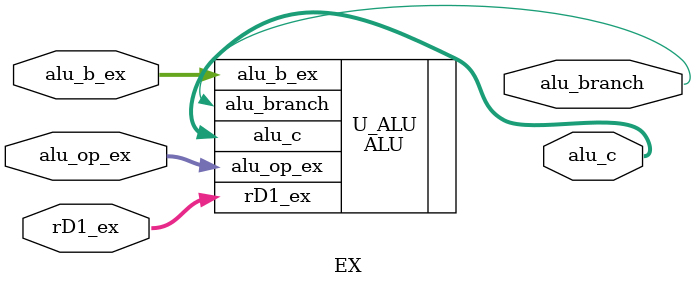
<source format=v>
`timescale 1ns / 1ps


module EX(
    input [3:0] alu_op_ex,
    input [31:0] rD1_ex,
    input [31:0] alu_b_ex,
    output reg alu_branch,
    output reg [31:0] alu_c
    );
    
    
    ALU U_ALU(
        .rD1_ex(rD1_ex),
        .alu_b_ex(alu_b_ex),
        .alu_op_ex(alu_op_ex),
        .alu_branch(alu_branch),
        .alu_c(alu_c)
    );
    
endmodule

</source>
